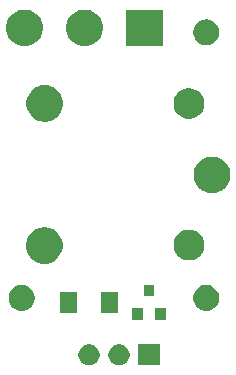
<source format=gbr>
G04 #@! TF.GenerationSoftware,KiCad,Pcbnew,5.1.5-52549c5~86~ubuntu19.10.1*
G04 #@! TF.CreationDate,2020-04-08T21:24:30+02:00*
G04 #@! TF.ProjectId,Universal-Relay-Board,556e6976-6572-4736-916c-2d52656c6179,rev?*
G04 #@! TF.SameCoordinates,Original*
G04 #@! TF.FileFunction,Soldermask,Top*
G04 #@! TF.FilePolarity,Negative*
%FSLAX46Y46*%
G04 Gerber Fmt 4.6, Leading zero omitted, Abs format (unit mm)*
G04 Created by KiCad (PCBNEW 5.1.5-52549c5~86~ubuntu19.10.1) date 2020-04-08 21:24:30*
%MOMM*%
%LPD*%
G04 APERTURE LIST*
%ADD10C,0.100000*%
G04 APERTURE END LIST*
D10*
G36*
X117588512Y-74033927D02*
G01*
X117737812Y-74063624D01*
X117901784Y-74131544D01*
X118049354Y-74230147D01*
X118174853Y-74355646D01*
X118273456Y-74503216D01*
X118341376Y-74667188D01*
X118376000Y-74841259D01*
X118376000Y-75018741D01*
X118341376Y-75192812D01*
X118273456Y-75356784D01*
X118174853Y-75504354D01*
X118049354Y-75629853D01*
X117901784Y-75728456D01*
X117737812Y-75796376D01*
X117588512Y-75826073D01*
X117563742Y-75831000D01*
X117386258Y-75831000D01*
X117361488Y-75826073D01*
X117212188Y-75796376D01*
X117048216Y-75728456D01*
X116900646Y-75629853D01*
X116775147Y-75504354D01*
X116676544Y-75356784D01*
X116608624Y-75192812D01*
X116574000Y-75018741D01*
X116574000Y-74841259D01*
X116608624Y-74667188D01*
X116676544Y-74503216D01*
X116775147Y-74355646D01*
X116900646Y-74230147D01*
X117048216Y-74131544D01*
X117212188Y-74063624D01*
X117361488Y-74033927D01*
X117386258Y-74029000D01*
X117563742Y-74029000D01*
X117588512Y-74033927D01*
G37*
G36*
X123456000Y-75831000D02*
G01*
X121654000Y-75831000D01*
X121654000Y-74029000D01*
X123456000Y-74029000D01*
X123456000Y-75831000D01*
G37*
G36*
X120128512Y-74033927D02*
G01*
X120277812Y-74063624D01*
X120441784Y-74131544D01*
X120589354Y-74230147D01*
X120714853Y-74355646D01*
X120813456Y-74503216D01*
X120881376Y-74667188D01*
X120916000Y-74841259D01*
X120916000Y-75018741D01*
X120881376Y-75192812D01*
X120813456Y-75356784D01*
X120714853Y-75504354D01*
X120589354Y-75629853D01*
X120441784Y-75728456D01*
X120277812Y-75796376D01*
X120128512Y-75826073D01*
X120103742Y-75831000D01*
X119926258Y-75831000D01*
X119901488Y-75826073D01*
X119752188Y-75796376D01*
X119588216Y-75728456D01*
X119440646Y-75629853D01*
X119315147Y-75504354D01*
X119216544Y-75356784D01*
X119148624Y-75192812D01*
X119114000Y-75018741D01*
X119114000Y-74841259D01*
X119148624Y-74667188D01*
X119216544Y-74503216D01*
X119315147Y-74355646D01*
X119440646Y-74230147D01*
X119588216Y-74131544D01*
X119752188Y-74063624D01*
X119901488Y-74033927D01*
X119926258Y-74029000D01*
X120103742Y-74029000D01*
X120128512Y-74033927D01*
G37*
G36*
X122056000Y-71986000D02*
G01*
X121154000Y-71986000D01*
X121154000Y-70984000D01*
X122056000Y-70984000D01*
X122056000Y-71986000D01*
G37*
G36*
X123956000Y-71986000D02*
G01*
X123054000Y-71986000D01*
X123054000Y-70984000D01*
X123956000Y-70984000D01*
X123956000Y-71986000D01*
G37*
G36*
X119926000Y-71386000D02*
G01*
X118524000Y-71386000D01*
X118524000Y-69584000D01*
X119926000Y-69584000D01*
X119926000Y-71386000D01*
G37*
G36*
X116426000Y-71386000D02*
G01*
X115024000Y-71386000D01*
X115024000Y-69584000D01*
X116426000Y-69584000D01*
X116426000Y-71386000D01*
G37*
G36*
X127595794Y-69024155D02*
G01*
X127702150Y-69045311D01*
X127902520Y-69128307D01*
X128082844Y-69248795D01*
X128236205Y-69402156D01*
X128356693Y-69582480D01*
X128439689Y-69782851D01*
X128482000Y-69995560D01*
X128482000Y-70212440D01*
X128439689Y-70425149D01*
X128356693Y-70625520D01*
X128236205Y-70805844D01*
X128082844Y-70959205D01*
X127902520Y-71079693D01*
X127802334Y-71121191D01*
X127702150Y-71162689D01*
X127595794Y-71183845D01*
X127489440Y-71205000D01*
X127272560Y-71205000D01*
X127166206Y-71183845D01*
X127059850Y-71162689D01*
X126959666Y-71121191D01*
X126859480Y-71079693D01*
X126679156Y-70959205D01*
X126525795Y-70805844D01*
X126405307Y-70625520D01*
X126322311Y-70425149D01*
X126280000Y-70212440D01*
X126280000Y-69995560D01*
X126322311Y-69782851D01*
X126405307Y-69582480D01*
X126525795Y-69402156D01*
X126679156Y-69248795D01*
X126859480Y-69128307D01*
X127059850Y-69045311D01*
X127166206Y-69024155D01*
X127272560Y-69003000D01*
X127489440Y-69003000D01*
X127595794Y-69024155D01*
G37*
G36*
X111974794Y-69024155D02*
G01*
X112081150Y-69045311D01*
X112281520Y-69128307D01*
X112461844Y-69248795D01*
X112615205Y-69402156D01*
X112735693Y-69582480D01*
X112818689Y-69782851D01*
X112861000Y-69995560D01*
X112861000Y-70212440D01*
X112818689Y-70425149D01*
X112735693Y-70625520D01*
X112615205Y-70805844D01*
X112461844Y-70959205D01*
X112281520Y-71079693D01*
X112181334Y-71121191D01*
X112081150Y-71162689D01*
X111974794Y-71183845D01*
X111868440Y-71205000D01*
X111651560Y-71205000D01*
X111545206Y-71183845D01*
X111438850Y-71162689D01*
X111338666Y-71121191D01*
X111238480Y-71079693D01*
X111058156Y-70959205D01*
X110904795Y-70805844D01*
X110784307Y-70625520D01*
X110701311Y-70425149D01*
X110659000Y-70212440D01*
X110659000Y-69995560D01*
X110701311Y-69782851D01*
X110784307Y-69582480D01*
X110904795Y-69402156D01*
X111058156Y-69248795D01*
X111238480Y-69128307D01*
X111438850Y-69045311D01*
X111545206Y-69024155D01*
X111651560Y-69003000D01*
X111868440Y-69003000D01*
X111974794Y-69024155D01*
G37*
G36*
X123006000Y-69986000D02*
G01*
X122104000Y-69986000D01*
X122104000Y-68984000D01*
X123006000Y-68984000D01*
X123006000Y-69986000D01*
G37*
G36*
X113982585Y-64168802D02*
G01*
X114132410Y-64198604D01*
X114414674Y-64315521D01*
X114668705Y-64485259D01*
X114884741Y-64701295D01*
X115054479Y-64955326D01*
X115171396Y-65237590D01*
X115231000Y-65537240D01*
X115231000Y-65842760D01*
X115171396Y-66142410D01*
X115054479Y-66424674D01*
X114884741Y-66678705D01*
X114668705Y-66894741D01*
X114414674Y-67064479D01*
X114132410Y-67181396D01*
X113982585Y-67211198D01*
X113832761Y-67241000D01*
X113527239Y-67241000D01*
X113377415Y-67211198D01*
X113227590Y-67181396D01*
X112945326Y-67064479D01*
X112691295Y-66894741D01*
X112475259Y-66678705D01*
X112305521Y-66424674D01*
X112188604Y-66142410D01*
X112129000Y-65842760D01*
X112129000Y-65537240D01*
X112188604Y-65237590D01*
X112305521Y-64955326D01*
X112475259Y-64701295D01*
X112691295Y-64485259D01*
X112945326Y-64315521D01*
X113227590Y-64198604D01*
X113377415Y-64168802D01*
X113527239Y-64139000D01*
X113832761Y-64139000D01*
X113982585Y-64168802D01*
G37*
G36*
X126309487Y-64388996D02*
G01*
X126541888Y-64485260D01*
X126546255Y-64487069D01*
X126759339Y-64629447D01*
X126940553Y-64810661D01*
X127082932Y-65023747D01*
X127181004Y-65260513D01*
X127231000Y-65511861D01*
X127231000Y-65768139D01*
X127181004Y-66019487D01*
X127130088Y-66142409D01*
X127082931Y-66256255D01*
X126940553Y-66469339D01*
X126759339Y-66650553D01*
X126546255Y-66792931D01*
X126546254Y-66792932D01*
X126546253Y-66792932D01*
X126309487Y-66891004D01*
X126058139Y-66941000D01*
X125801861Y-66941000D01*
X125550513Y-66891004D01*
X125313747Y-66792932D01*
X125313746Y-66792932D01*
X125313745Y-66792931D01*
X125100661Y-66650553D01*
X124919447Y-66469339D01*
X124777069Y-66256255D01*
X124729912Y-66142409D01*
X124678996Y-66019487D01*
X124629000Y-65768139D01*
X124629000Y-65511861D01*
X124678996Y-65260513D01*
X124777068Y-65023747D01*
X124919447Y-64810661D01*
X125100661Y-64629447D01*
X125313745Y-64487069D01*
X125318112Y-64485260D01*
X125550513Y-64388996D01*
X125801861Y-64339000D01*
X126058139Y-64339000D01*
X126309487Y-64388996D01*
G37*
G36*
X128182585Y-58168802D02*
G01*
X128332410Y-58198604D01*
X128614674Y-58315521D01*
X128868705Y-58485259D01*
X129084741Y-58701295D01*
X129254479Y-58955326D01*
X129371396Y-59237590D01*
X129431000Y-59537240D01*
X129431000Y-59842760D01*
X129371396Y-60142410D01*
X129254479Y-60424674D01*
X129084741Y-60678705D01*
X128868705Y-60894741D01*
X128614674Y-61064479D01*
X128332410Y-61181396D01*
X128182585Y-61211198D01*
X128032761Y-61241000D01*
X127727239Y-61241000D01*
X127577415Y-61211198D01*
X127427590Y-61181396D01*
X127145326Y-61064479D01*
X126891295Y-60894741D01*
X126675259Y-60678705D01*
X126505521Y-60424674D01*
X126388604Y-60142410D01*
X126329000Y-59842760D01*
X126329000Y-59537240D01*
X126388604Y-59237590D01*
X126505521Y-58955326D01*
X126675259Y-58701295D01*
X126891295Y-58485259D01*
X127145326Y-58315521D01*
X127427590Y-58198604D01*
X127577415Y-58168802D01*
X127727239Y-58139000D01*
X128032761Y-58139000D01*
X128182585Y-58168802D01*
G37*
G36*
X114032585Y-52118802D02*
G01*
X114182410Y-52148604D01*
X114464674Y-52265521D01*
X114718705Y-52435259D01*
X114934741Y-52651295D01*
X115104479Y-52905326D01*
X115221396Y-53187590D01*
X115281000Y-53487240D01*
X115281000Y-53792760D01*
X115221396Y-54092410D01*
X115104479Y-54374674D01*
X114934741Y-54628705D01*
X114718705Y-54844741D01*
X114464674Y-55014479D01*
X114182410Y-55131396D01*
X114032585Y-55161198D01*
X113882761Y-55191000D01*
X113577239Y-55191000D01*
X113427415Y-55161198D01*
X113277590Y-55131396D01*
X112995326Y-55014479D01*
X112741295Y-54844741D01*
X112525259Y-54628705D01*
X112355521Y-54374674D01*
X112238604Y-54092410D01*
X112179000Y-53792760D01*
X112179000Y-53487240D01*
X112238604Y-53187590D01*
X112355521Y-52905326D01*
X112525259Y-52651295D01*
X112741295Y-52435259D01*
X112995326Y-52265521D01*
X113277590Y-52148604D01*
X113427415Y-52118802D01*
X113577239Y-52089000D01*
X113882761Y-52089000D01*
X114032585Y-52118802D01*
G37*
G36*
X126309487Y-52388996D02*
G01*
X126546253Y-52487068D01*
X126546255Y-52487069D01*
X126759339Y-52629447D01*
X126940553Y-52810661D01*
X127082932Y-53023747D01*
X127181004Y-53260513D01*
X127231000Y-53511861D01*
X127231000Y-53768139D01*
X127181004Y-54019487D01*
X127150798Y-54092410D01*
X127082931Y-54256255D01*
X126940553Y-54469339D01*
X126759339Y-54650553D01*
X126546255Y-54792931D01*
X126546254Y-54792932D01*
X126546253Y-54792932D01*
X126309487Y-54891004D01*
X126058139Y-54941000D01*
X125801861Y-54941000D01*
X125550513Y-54891004D01*
X125313747Y-54792932D01*
X125313746Y-54792932D01*
X125313745Y-54792931D01*
X125100661Y-54650553D01*
X124919447Y-54469339D01*
X124777069Y-54256255D01*
X124709202Y-54092410D01*
X124678996Y-54019487D01*
X124629000Y-53768139D01*
X124629000Y-53511861D01*
X124678996Y-53260513D01*
X124777068Y-53023747D01*
X124919447Y-52810661D01*
X125100661Y-52629447D01*
X125313745Y-52487069D01*
X125313747Y-52487068D01*
X125550513Y-52388996D01*
X125801861Y-52339000D01*
X126058139Y-52339000D01*
X126309487Y-52388996D01*
G37*
G36*
X112316585Y-45722802D02*
G01*
X112466410Y-45752604D01*
X112748674Y-45869521D01*
X113002705Y-46039259D01*
X113218741Y-46255295D01*
X113388479Y-46509326D01*
X113505396Y-46791590D01*
X113565000Y-47091240D01*
X113565000Y-47396760D01*
X113505396Y-47696410D01*
X113388479Y-47978674D01*
X113218741Y-48232705D01*
X113002705Y-48448741D01*
X112748674Y-48618479D01*
X112466410Y-48735396D01*
X112316585Y-48765198D01*
X112166761Y-48795000D01*
X111861239Y-48795000D01*
X111711415Y-48765198D01*
X111561590Y-48735396D01*
X111279326Y-48618479D01*
X111025295Y-48448741D01*
X110809259Y-48232705D01*
X110639521Y-47978674D01*
X110522604Y-47696410D01*
X110463000Y-47396760D01*
X110463000Y-47091240D01*
X110522604Y-46791590D01*
X110639521Y-46509326D01*
X110809259Y-46255295D01*
X111025295Y-46039259D01*
X111279326Y-45869521D01*
X111561590Y-45752604D01*
X111711415Y-45722802D01*
X111861239Y-45693000D01*
X112166761Y-45693000D01*
X112316585Y-45722802D01*
G37*
G36*
X117396585Y-45722802D02*
G01*
X117546410Y-45752604D01*
X117828674Y-45869521D01*
X118082705Y-46039259D01*
X118298741Y-46255295D01*
X118468479Y-46509326D01*
X118585396Y-46791590D01*
X118645000Y-47091240D01*
X118645000Y-47396760D01*
X118585396Y-47696410D01*
X118468479Y-47978674D01*
X118298741Y-48232705D01*
X118082705Y-48448741D01*
X117828674Y-48618479D01*
X117546410Y-48735396D01*
X117396585Y-48765198D01*
X117246761Y-48795000D01*
X116941239Y-48795000D01*
X116791415Y-48765198D01*
X116641590Y-48735396D01*
X116359326Y-48618479D01*
X116105295Y-48448741D01*
X115889259Y-48232705D01*
X115719521Y-47978674D01*
X115602604Y-47696410D01*
X115543000Y-47396760D01*
X115543000Y-47091240D01*
X115602604Y-46791590D01*
X115719521Y-46509326D01*
X115889259Y-46255295D01*
X116105295Y-46039259D01*
X116359326Y-45869521D01*
X116641590Y-45752604D01*
X116791415Y-45722802D01*
X116941239Y-45693000D01*
X117246761Y-45693000D01*
X117396585Y-45722802D01*
G37*
G36*
X123725000Y-48795000D02*
G01*
X120623000Y-48795000D01*
X120623000Y-45693000D01*
X123725000Y-45693000D01*
X123725000Y-48795000D01*
G37*
G36*
X127595795Y-46545156D02*
G01*
X127702150Y-46566311D01*
X127802334Y-46607809D01*
X127902520Y-46649307D01*
X128082844Y-46769795D01*
X128236205Y-46923156D01*
X128356693Y-47103480D01*
X128439689Y-47303851D01*
X128482000Y-47516560D01*
X128482000Y-47733440D01*
X128439689Y-47946149D01*
X128356693Y-48146520D01*
X128236205Y-48326844D01*
X128082844Y-48480205D01*
X127902520Y-48600693D01*
X127702150Y-48683689D01*
X127595794Y-48704845D01*
X127489440Y-48726000D01*
X127272560Y-48726000D01*
X127166205Y-48704844D01*
X127059850Y-48683689D01*
X126859480Y-48600693D01*
X126679156Y-48480205D01*
X126525795Y-48326844D01*
X126405307Y-48146520D01*
X126322311Y-47946149D01*
X126280000Y-47733440D01*
X126280000Y-47516560D01*
X126322311Y-47303851D01*
X126405307Y-47103480D01*
X126525795Y-46923156D01*
X126679156Y-46769795D01*
X126859480Y-46649307D01*
X126959666Y-46607809D01*
X127059850Y-46566311D01*
X127166205Y-46545156D01*
X127272560Y-46524000D01*
X127489440Y-46524000D01*
X127595795Y-46545156D01*
G37*
M02*

</source>
